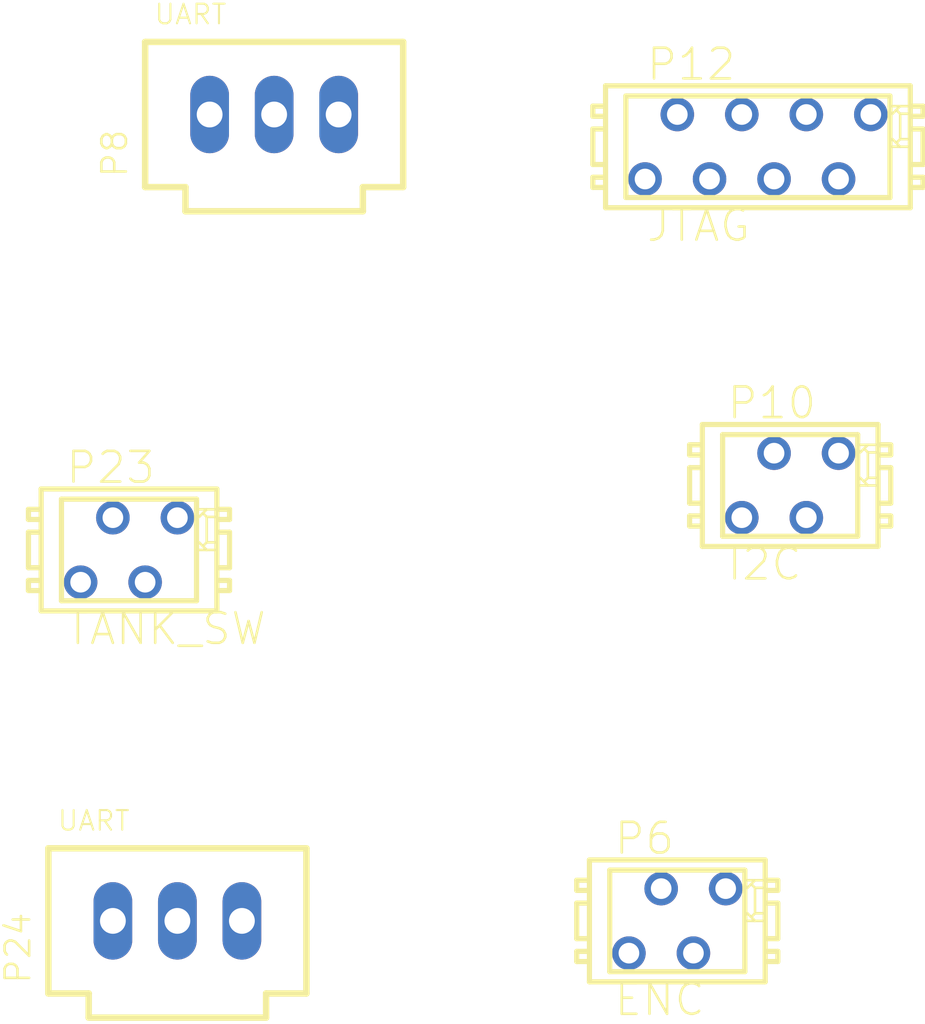
<source format=kicad_pcb>
(kicad_pcb (version 3) (host pcbnew "(2014-05-29 BZR 4899)-product")

  (general
    (links 7)
    (no_connects 7)
    (area 133.63956 82.794348 170.685601 123.6853)
    (thickness 1.6)
    (drawings 0)
    (tracks 0)
    (zones 0)
    (modules 6)
    (nets 20)
  )

  (page A4)
  (layers
    (15 F.Cu signal)
    (0 B.Cu signal)
    (16 B.Adhes user)
    (17 F.Adhes user)
    (18 B.Paste user)
    (19 F.Paste user)
    (20 B.SilkS user)
    (21 F.SilkS user)
    (22 B.Mask user)
    (23 F.Mask user)
    (24 Dwgs.User user)
    (25 Cmts.User user)
    (26 Eco1.User user)
    (27 Eco2.User user)
    (28 Edge.Cuts user)
  )

  (setup
    (last_trace_width 0.254)
    (trace_clearance 0.254)
    (zone_clearance 0.508)
    (zone_45_only no)
    (trace_min 0.254)
    (segment_width 0.2)
    (edge_width 0.1)
    (via_size 0.889)
    (via_drill 0.635)
    (via_min_size 0.889)
    (via_min_drill 0.508)
    (uvia_size 0.508)
    (uvia_drill 0.127)
    (uvias_allowed no)
    (uvia_min_size 0.508)
    (uvia_min_drill 0.127)
    (pcb_text_width 0.3)
    (pcb_text_size 1.5 1.5)
    (mod_edge_width 0.15)
    (mod_text_size 1 1)
    (mod_text_width 0.15)
    (pad_size 1.5 1.5)
    (pad_drill 0.6)
    (pad_to_mask_clearance 0)
    (aux_axis_origin 0 0)
    (visible_elements FFFFFF7F)
    (pcbplotparams
      (layerselection 3178497)
      (usegerberextensions true)
      (excludeedgelayer true)
      (linewidth 0.100000)
      (plotframeref false)
      (viasonmask false)
      (mode 1)
      (useauxorigin false)
      (hpglpennumber 1)
      (hpglpenspeed 20)
      (hpglpendiameter 15)
      (hpglpenoverlay 2)
      (psnegative false)
      (psa4output false)
      (plotreference true)
      (plotvalue true)
      (plotinvisibletext false)
      (padsonsilk false)
      (subtractmaskfromsilk false)
      (outputformat 1)
      (mirror false)
      (drillshape 1)
      (scaleselection 1)
      (outputdirectory ""))
  )

  (net 0 "")
  (net 1 +5V)
  (net 2 /sidedriver#2/ENC1)
  (net 3 /sidedriver#2/ENC2)
  (net 4 PoE-)
  (net 5 /sidedriver#2/TxD)
  (net 6 /sidedriver#2/RxD)
  (net 7 /sidedriver#3/SDA)
  (net 8 /sidedriver#3/SCL)
  (net 9 /sidedriver#3/JRST)
  (net 10 +3.3V)
  (net 11 /sidedriver#3/JTDI)
  (net 12 /sidedriver#3/JTDO)
  (net 13 /sidedriver#3/JTMS)
  (net 14 /sidedriver#3/RST)
  (net 15 /sidedriver#3/JTCK)
  (net 16 /sidedriver#1/MAX)
  (net 17 /sidedriver#1/MIN)
  (net 18 /sidedriver#1/TxD)
  (net 19 /sidedriver#1/RxD)

  (net_class Default "This is the default net class."
    (clearance 0.254)
    (trace_width 0.254)
    (via_dia 0.889)
    (via_drill 0.635)
    (uvia_dia 0.508)
    (uvia_drill 0.127)
    (add_net +3.3V)
    (add_net +5V)
    (add_net /sidedriver#1/MAX)
    (add_net /sidedriver#1/MIN)
    (add_net /sidedriver#1/RxD)
    (add_net /sidedriver#1/TxD)
    (add_net /sidedriver#2/ENC1)
    (add_net /sidedriver#2/ENC2)
    (add_net /sidedriver#2/RxD)
    (add_net /sidedriver#2/TxD)
    (add_net /sidedriver#3/JRST)
    (add_net /sidedriver#3/JTCK)
    (add_net /sidedriver#3/JTDI)
    (add_net /sidedriver#3/JTDO)
    (add_net /sidedriver#3/JTMS)
    (add_net /sidedriver#3/RST)
    (add_net /sidedriver#3/SCL)
    (add_net /sidedriver#3/SDA)
    (add_net PoE-)
  )

  (module eagle-maritex_connectors:MICROMATCH-4 (layer F.Cu) (tedit 5394643B) (tstamp 53946551)
    (at 160.655 119.38)
    (descr "<b>MicroMaTch 4 </b> 7-215464-4 / 0-215464-4<p> Drawing Number C-215464<br> DDEController.pdf")
    (path /537C6C8E/539521AF)
    (fp_text reference P6 (at -2.54 -2.54) (layer F.SilkS)
      (effects (font (size 1.2065 1.2065) (thickness 0.1016)) (justify left bottom))
    )
    (fp_text value ENC (at -2.54 3.81) (layer F.SilkS)
      (effects (font (size 1.2065 1.2065) (thickness 0.1016)) (justify left bottom))
    )
    (fp_line (start -3.56 -0.7) (end -3.96 -0.7) (layer F.SilkS) (width 0.2032))
    (fp_line (start -3.96 -0.7) (end -3.96 0.7) (layer F.SilkS) (width 0.2032))
    (fp_line (start -3.96 0.7) (end -3.56 0.7) (layer F.SilkS) (width 0.2032))
    (fp_line (start -3.56 1.2) (end -3.96 1.2) (layer F.SilkS) (width 0.2032))
    (fp_line (start -3.96 1.2) (end -3.96 1.6) (layer F.SilkS) (width 0.2032))
    (fp_line (start -3.96 1.6) (end -3.56 1.6) (layer F.SilkS) (width 0.2032))
    (fp_line (start -3.56 -1.6) (end -3.96 -1.6) (layer F.SilkS) (width 0.2032))
    (fp_line (start -3.96 -1.6) (end -3.96 -1.2) (layer F.SilkS) (width 0.2032))
    (fp_line (start -3.96 -1.2) (end -3.56 -1.2) (layer F.SilkS) (width 0.2032))
    (fp_line (start -3.46 -2.4) (end -3.46 2.4) (layer F.SilkS) (width 0.2032))
    (fp_line (start -2.66 -2) (end -2.66 2) (layer F.SilkS) (width 0.2032))
    (fp_line (start 3.36 -1.6) (end 3.06 -1.6) (layer F.SilkS) (width 0.1016))
    (fp_line (start 3.06 -1.6) (end 2.76 -1.6) (layer F.SilkS) (width 0.1016))
    (fp_line (start 3.36 0) (end 3.06 0) (layer F.SilkS) (width 0.1016))
    (fp_line (start 3.06 0) (end 2.76 0) (layer F.SilkS) (width 0.1016))
    (fp_line (start 3.06 0) (end 2.76 -0.3) (layer F.SilkS) (width 0.1016))
    (fp_line (start 3.06 -1.6) (end 2.76 -1.3) (layer F.SilkS) (width 0.1016))
    (fp_line (start 2.96 -1.4) (end 3.06 -1.3) (layer F.SilkS) (width 0.1016))
    (fp_line (start 3.36 -1.3) (end 3.06 -1.3) (layer F.SilkS) (width 0.1016))
    (fp_line (start 3.06 -1.3) (end 3.06 -0.3) (layer F.SilkS) (width 0.1016))
    (fp_line (start 3.06 -0.3) (end 3.36 -0.3) (layer F.SilkS) (width 0.1016))
    (fp_line (start 2.96 -0.2) (end 3.06 -0.3) (layer F.SilkS) (width 0.1016))
    (fp_line (start 3.56 0.7) (end 3.96 0.7) (layer F.SilkS) (width 0.2032))
    (fp_line (start 3.96 0.7) (end 3.96 -0.7) (layer F.SilkS) (width 0.2032))
    (fp_line (start 3.96 -0.7) (end 3.56 -0.7) (layer F.SilkS) (width 0.2032))
    (fp_line (start 3.56 -1.2) (end 3.96 -1.2) (layer F.SilkS) (width 0.2032))
    (fp_line (start 3.96 -1.2) (end 3.96 -1.6) (layer F.SilkS) (width 0.2032))
    (fp_line (start 3.96 -1.6) (end 3.56 -1.6) (layer F.SilkS) (width 0.2032))
    (fp_line (start 3.56 1.6) (end 3.96 1.6) (layer F.SilkS) (width 0.2032))
    (fp_line (start 3.96 1.6) (end 3.96 1.2) (layer F.SilkS) (width 0.2032))
    (fp_line (start 3.96 1.2) (end 3.56 1.2) (layer F.SilkS) (width 0.2032))
    (fp_line (start 3.46 2.4) (end 3.46 -2.4) (layer F.SilkS) (width 0.2032))
    (fp_line (start 2.66 -2) (end -2.66 -2) (layer F.SilkS) (width 0.2032))
    (fp_line (start 3.46 -2.4) (end -3.46 -2.4) (layer F.SilkS) (width 0.2032))
    (fp_line (start 3.46 2.4) (end -3.46 2.4) (layer F.SilkS) (width 0.2032))
    (fp_line (start 2.66 2) (end 2.66 -2) (layer F.SilkS) (width 0.2032))
    (fp_line (start 2.66 2) (end -2.66 2) (layer F.SilkS) (width 0.2032))
    (pad 1 thru_hole circle (at 1.905 -1.27) (size 1.3208 1.3208) (drill 0.8128) (layers *.Cu *.Mask)
      (net 1 +5V))
    (pad 2 thru_hole circle (at 0.635 1.27) (size 1.3208 1.3208) (drill 0.8128) (layers *.Cu *.Mask)
      (net 2 /sidedriver#2/ENC1))
    (pad 3 thru_hole circle (at -0.635 -1.27) (size 1.3208 1.3208) (drill 0.8128) (layers *.Cu *.Mask)
      (net 3 /sidedriver#2/ENC2))
    (pad 4 thru_hole circle (at -1.905 1.27) (size 1.3208 1.3208) (drill 0.8128) (layers *.Cu *.Mask)
      (net 4 PoE-))
  )

  (module eagle-maritex_connectors:70543-03 (layer F.Cu) (tedit 5394643B) (tstamp 5394656D)
    (at 144.78 87.63)
    (descr "<b>C-Grid SL Connector</b><p> vertical, 3 pin")
    (path /537C6C8E/53938572)
    (fp_text reference P8 (at -5.715 2.54 90) (layer F.SilkS)
      (effects (font (size 0.9652 0.9652) (thickness 0.1016)) (justify left bottom))
    )
    (fp_text value UART (at -4.7625 -3.4925) (layer F.SilkS)
      (effects (font (size 0.77216 0.77216) (thickness 0.08128)) (justify left bottom))
    )
    (fp_line (start 5.08 2.8575) (end 5.08 -2.8575) (layer F.SilkS) (width 0.254))
    (fp_line (start 5.08 -2.8575) (end -5.08 -2.8575) (layer F.SilkS) (width 0.254))
    (fp_line (start -5.08 -2.8575) (end -5.08 2.8575) (layer F.SilkS) (width 0.254))
    (fp_line (start -5.08 2.8575) (end -3.4925 2.8575) (layer F.SilkS) (width 0.254))
    (fp_line (start -3.4925 2.8575) (end -3.4925 3.81) (layer F.SilkS) (width 0.254))
    (fp_line (start -3.4925 3.81) (end 3.4925 3.81) (layer F.SilkS) (width 0.254))
    (fp_line (start 3.4925 3.81) (end 3.4925 2.8575) (layer F.SilkS) (width 0.254))
    (fp_line (start 3.4925 2.8575) (end 5.08 2.8575) (layer F.SilkS) (width 0.254))
    (fp_line (start -4.445 -2.2225) (end -4.445 2.2225) (layer Dwgs.User) (width 0.0508))
    (fp_line (start 4.445 -2.2225) (end 4.445 2.2225) (layer Dwgs.User) (width 0.0508))
    (fp_line (start -4.445 -2.2225) (end 4.445 -2.2225) (layer Dwgs.User) (width 0.0508))
    (fp_line (start -4.445 2.2225) (end -2.8575 2.2225) (layer Dwgs.User) (width 0.0508))
    (fp_line (start -2.8575 2.2225) (end 2.8575 2.2225) (layer Dwgs.User) (width 0.0508))
    (fp_line (start 2.8575 2.2225) (end 4.445 2.2225) (layer Dwgs.User) (width 0.0508))
    (fp_line (start 2.8575 3.175) (end -2.8575 3.175) (layer Dwgs.User) (width 0.0508))
    (fp_line (start -2.8575 2.2225) (end -2.8575 3.175) (layer Dwgs.User) (width 0.0508))
    (fp_line (start 2.8575 2.2225) (end 2.8575 3.175) (layer Dwgs.User) (width 0.0508))
    (fp_text user 1 (at -4.1275 1.5875) (layer Dwgs.User)
      (effects (font (size 0.9652 0.9652) (thickness 0.1016)) (justify left bottom))
    )
    (fp_poly (pts (xy -0.2381 0.2381) (xy 0.2381 0.2381) (xy 0.2381 -0.2381) (xy -0.2381 -0.2381)) (layer Dwgs.User))
    (fp_poly (pts (xy -2.7781 0.2381) (xy -2.3019 0.2381) (xy -2.3019 -0.2381) (xy -2.7781 -0.2381)) (layer Dwgs.User))
    (fp_poly (pts (xy 2.3019 0.2381) (xy 2.7781 0.2381) (xy 2.7781 -0.2381) (xy 2.3019 -0.2381)) (layer Dwgs.User))
    (pad 3 thru_hole oval (at 2.54 0 90) (size 3.048 1.524) (drill 1.016) (layers *.Cu *.Mask)
      (net 5 /sidedriver#2/TxD))
    (pad 2 thru_hole oval (at 0 0 90) (size 3.048 1.524) (drill 1.016) (layers *.Cu *.Mask)
      (net 6 /sidedriver#2/RxD))
    (pad 1 thru_hole oval (at -2.54 0 90) (size 3.048 1.524) (drill 1.016) (layers *.Cu *.Mask)
      (net 4 PoE-))
  )

  (module eagle-maritex_connectors:MICROMATCH-4 (layer F.Cu) (tedit 5394643B) (tstamp 5394659A)
    (at 165.1 102.235)
    (descr "<b>MicroMaTch 4 </b> 7-215464-4 / 0-215464-4<p> Drawing Number C-215464<br> DDEController.pdf")
    (path /537C6C9B/53938465)
    (fp_text reference P10 (at -2.54 -2.54) (layer F.SilkS)
      (effects (font (size 1.2065 1.2065) (thickness 0.1016)) (justify left bottom))
    )
    (fp_text value I2C (at -2.54 3.81) (layer F.SilkS)
      (effects (font (size 1.2065 1.2065) (thickness 0.1016)) (justify left bottom))
    )
    (fp_line (start -3.56 -0.7) (end -3.96 -0.7) (layer F.SilkS) (width 0.2032))
    (fp_line (start -3.96 -0.7) (end -3.96 0.7) (layer F.SilkS) (width 0.2032))
    (fp_line (start -3.96 0.7) (end -3.56 0.7) (layer F.SilkS) (width 0.2032))
    (fp_line (start -3.56 1.2) (end -3.96 1.2) (layer F.SilkS) (width 0.2032))
    (fp_line (start -3.96 1.2) (end -3.96 1.6) (layer F.SilkS) (width 0.2032))
    (fp_line (start -3.96 1.6) (end -3.56 1.6) (layer F.SilkS) (width 0.2032))
    (fp_line (start -3.56 -1.6) (end -3.96 -1.6) (layer F.SilkS) (width 0.2032))
    (fp_line (start -3.96 -1.6) (end -3.96 -1.2) (layer F.SilkS) (width 0.2032))
    (fp_line (start -3.96 -1.2) (end -3.56 -1.2) (layer F.SilkS) (width 0.2032))
    (fp_line (start -3.46 -2.4) (end -3.46 2.4) (layer F.SilkS) (width 0.2032))
    (fp_line (start -2.66 -2) (end -2.66 2) (layer F.SilkS) (width 0.2032))
    (fp_line (start 3.36 -1.6) (end 3.06 -1.6) (layer F.SilkS) (width 0.1016))
    (fp_line (start 3.06 -1.6) (end 2.76 -1.6) (layer F.SilkS) (width 0.1016))
    (fp_line (start 3.36 0) (end 3.06 0) (layer F.SilkS) (width 0.1016))
    (fp_line (start 3.06 0) (end 2.76 0) (layer F.SilkS) (width 0.1016))
    (fp_line (start 3.06 0) (end 2.76 -0.3) (layer F.SilkS) (width 0.1016))
    (fp_line (start 3.06 -1.6) (end 2.76 -1.3) (layer F.SilkS) (width 0.1016))
    (fp_line (start 2.96 -1.4) (end 3.06 -1.3) (layer F.SilkS) (width 0.1016))
    (fp_line (start 3.36 -1.3) (end 3.06 -1.3) (layer F.SilkS) (width 0.1016))
    (fp_line (start 3.06 -1.3) (end 3.06 -0.3) (layer F.SilkS) (width 0.1016))
    (fp_line (start 3.06 -0.3) (end 3.36 -0.3) (layer F.SilkS) (width 0.1016))
    (fp_line (start 2.96 -0.2) (end 3.06 -0.3) (layer F.SilkS) (width 0.1016))
    (fp_line (start 3.56 0.7) (end 3.96 0.7) (layer F.SilkS) (width 0.2032))
    (fp_line (start 3.96 0.7) (end 3.96 -0.7) (layer F.SilkS) (width 0.2032))
    (fp_line (start 3.96 -0.7) (end 3.56 -0.7) (layer F.SilkS) (width 0.2032))
    (fp_line (start 3.56 -1.2) (end 3.96 -1.2) (layer F.SilkS) (width 0.2032))
    (fp_line (start 3.96 -1.2) (end 3.96 -1.6) (layer F.SilkS) (width 0.2032))
    (fp_line (start 3.96 -1.6) (end 3.56 -1.6) (layer F.SilkS) (width 0.2032))
    (fp_line (start 3.56 1.6) (end 3.96 1.6) (layer F.SilkS) (width 0.2032))
    (fp_line (start 3.96 1.6) (end 3.96 1.2) (layer F.SilkS) (width 0.2032))
    (fp_line (start 3.96 1.2) (end 3.56 1.2) (layer F.SilkS) (width 0.2032))
    (fp_line (start 3.46 2.4) (end 3.46 -2.4) (layer F.SilkS) (width 0.2032))
    (fp_line (start 2.66 -2) (end -2.66 -2) (layer F.SilkS) (width 0.2032))
    (fp_line (start 3.46 -2.4) (end -3.46 -2.4) (layer F.SilkS) (width 0.2032))
    (fp_line (start 3.46 2.4) (end -3.46 2.4) (layer F.SilkS) (width 0.2032))
    (fp_line (start 2.66 2) (end 2.66 -2) (layer F.SilkS) (width 0.2032))
    (fp_line (start 2.66 2) (end -2.66 2) (layer F.SilkS) (width 0.2032))
    (pad 1 thru_hole circle (at 1.905 -1.27) (size 1.3208 1.3208) (drill 0.8128) (layers *.Cu *.Mask)
      (net 7 /sidedriver#3/SDA))
    (pad 2 thru_hole circle (at 0.635 1.27) (size 1.3208 1.3208) (drill 0.8128) (layers *.Cu *.Mask)
      (net 8 /sidedriver#3/SCL))
    (pad 3 thru_hole circle (at -0.635 -1.27) (size 1.3208 1.3208) (drill 0.8128) (layers *.Cu *.Mask)
      (net 4 PoE-))
    (pad 4 thru_hole circle (at -1.905 1.27) (size 1.3208 1.3208) (drill 0.8128) (layers *.Cu *.Mask)
      (net 1 +5V))
  )

  (module eagle-maritex_connectors:MICROMATCH-8 (layer F.Cu) (tedit 5394643B) (tstamp 539465CB)
    (at 163.83 88.9)
    (descr "<b>MicroMaTch 8 </b> 7-215464-8 / 0-215464-8<p> Drawing Number C-215464<br> DDEController.pdf")
    (path /537C6C9B/5393830F)
    (fp_text reference P12 (at -4.445 -2.54) (layer F.SilkS)
      (effects (font (size 1.2065 1.2065) (thickness 0.1016)) (justify left bottom))
    )
    (fp_text value JTAG (at -4.445 3.81) (layer F.SilkS)
      (effects (font (size 1.2065 1.2065) (thickness 0.1016)) (justify left bottom))
    )
    (fp_line (start -6.1 -0.7) (end -6.5 -0.7) (layer F.SilkS) (width 0.2032))
    (fp_line (start -6.5 -0.7) (end -6.5 0.7) (layer F.SilkS) (width 0.2032))
    (fp_line (start -6.5 0.7) (end -6.1 0.7) (layer F.SilkS) (width 0.2032))
    (fp_line (start -6.1 1.2) (end -6.5 1.2) (layer F.SilkS) (width 0.2032))
    (fp_line (start -6.5 1.2) (end -6.5 1.6) (layer F.SilkS) (width 0.2032))
    (fp_line (start -6.5 1.6) (end -6.1 1.6) (layer F.SilkS) (width 0.2032))
    (fp_line (start -6.1 -1.6) (end -6.5 -1.6) (layer F.SilkS) (width 0.2032))
    (fp_line (start -6.5 -1.6) (end -6.5 -1.2) (layer F.SilkS) (width 0.2032))
    (fp_line (start -6.5 -1.2) (end -6.1 -1.2) (layer F.SilkS) (width 0.2032))
    (fp_line (start -6 -2.4) (end -6 2.4) (layer F.SilkS) (width 0.2032))
    (fp_line (start -5.2 -2) (end -5.2 2) (layer F.SilkS) (width 0.2032))
    (fp_line (start 5.9 -1.6) (end 5.6 -1.6) (layer F.SilkS) (width 0.1016))
    (fp_line (start 5.6 -1.6) (end 5.3 -1.6) (layer F.SilkS) (width 0.1016))
    (fp_line (start 5.9 0) (end 5.6 0) (layer F.SilkS) (width 0.1016))
    (fp_line (start 5.6 0) (end 5.3 0) (layer F.SilkS) (width 0.1016))
    (fp_line (start 5.6 0) (end 5.3 -0.3) (layer F.SilkS) (width 0.1016))
    (fp_line (start 5.6 -1.6) (end 5.3 -1.3) (layer F.SilkS) (width 0.1016))
    (fp_line (start 5.5 -1.4) (end 5.6 -1.3) (layer F.SilkS) (width 0.1016))
    (fp_line (start 5.9 -1.3) (end 5.6 -1.3) (layer F.SilkS) (width 0.1016))
    (fp_line (start 5.6 -1.3) (end 5.6 -0.3) (layer F.SilkS) (width 0.1016))
    (fp_line (start 5.6 -0.3) (end 5.9 -0.3) (layer F.SilkS) (width 0.1016))
    (fp_line (start 5.5 -0.2) (end 5.6 -0.3) (layer F.SilkS) (width 0.1016))
    (fp_line (start 6.1 0.7) (end 6.5 0.7) (layer F.SilkS) (width 0.2032))
    (fp_line (start 6.5 0.7) (end 6.5 -0.7) (layer F.SilkS) (width 0.2032))
    (fp_line (start 6.5 -0.7) (end 6.1 -0.7) (layer F.SilkS) (width 0.2032))
    (fp_line (start 6.1 -1.2) (end 6.5 -1.2) (layer F.SilkS) (width 0.2032))
    (fp_line (start 6.5 -1.2) (end 6.5 -1.6) (layer F.SilkS) (width 0.2032))
    (fp_line (start 6.5 -1.6) (end 6.1 -1.6) (layer F.SilkS) (width 0.2032))
    (fp_line (start 6.1 1.6) (end 6.5 1.6) (layer F.SilkS) (width 0.2032))
    (fp_line (start 6.5 1.6) (end 6.5 1.2) (layer F.SilkS) (width 0.2032))
    (fp_line (start 6.5 1.2) (end 6.1 1.2) (layer F.SilkS) (width 0.2032))
    (fp_line (start 6 2.4) (end 6 -2.4) (layer F.SilkS) (width 0.2032))
    (fp_line (start 5.2 -2) (end -5.2 -2) (layer F.SilkS) (width 0.2032))
    (fp_line (start 6 -2.4) (end -6 -2.4) (layer F.SilkS) (width 0.2032))
    (fp_line (start 6 2.4) (end -6 2.4) (layer F.SilkS) (width 0.2032))
    (fp_line (start 5.2 2) (end 5.2 -2) (layer F.SilkS) (width 0.2032))
    (fp_line (start 5.2 2) (end -5.2 2) (layer F.SilkS) (width 0.2032))
    (pad 1 thru_hole circle (at 4.445 -1.27) (size 1.3208 1.3208) (drill 0.8128) (layers *.Cu *.Mask)
      (net 9 /sidedriver#3/JRST))
    (pad 2 thru_hole circle (at 3.175 1.27) (size 1.3208 1.3208) (drill 0.8128) (layers *.Cu *.Mask)
      (net 10 +3.3V))
    (pad 3 thru_hole circle (at 1.905 -1.27) (size 1.3208 1.3208) (drill 0.8128) (layers *.Cu *.Mask)
      (net 11 /sidedriver#3/JTDI))
    (pad 4 thru_hole circle (at 0.635 1.27) (size 1.3208 1.3208) (drill 0.8128) (layers *.Cu *.Mask)
      (net 12 /sidedriver#3/JTDO))
    (pad 5 thru_hole circle (at -0.635 -1.27) (size 1.3208 1.3208) (drill 0.8128) (layers *.Cu *.Mask)
      (net 13 /sidedriver#3/JTMS))
    (pad 6 thru_hole circle (at -1.905 1.27) (size 1.3208 1.3208) (drill 0.8128) (layers *.Cu *.Mask)
      (net 14 /sidedriver#3/RST))
    (pad 7 thru_hole circle (at -3.175 -1.27) (size 1.3208 1.3208) (drill 0.8128) (layers *.Cu *.Mask)
      (net 15 /sidedriver#3/JTCK))
    (pad 8 thru_hole circle (at -4.445 1.27) (size 1.3208 1.3208) (drill 0.8128) (layers *.Cu *.Mask)
      (net 4 PoE-))
  )

  (module eagle-maritex_connectors:MICROMATCH-4 (layer F.Cu) (tedit 5394643B) (tstamp 539465F8)
    (at 139.065 104.775)
    (descr "<b>MicroMaTch 4 </b> 7-215464-4 / 0-215464-4<p> Drawing Number C-215464<br> DDEController.pdf")
    (path /537C6C8A/5393869C)
    (fp_text reference P23 (at -2.54 -2.54) (layer F.SilkS)
      (effects (font (size 1.2065 1.2065) (thickness 0.1016)) (justify left bottom))
    )
    (fp_text value TANK_SW (at -2.54 3.81) (layer F.SilkS)
      (effects (font (size 1.2065 1.2065) (thickness 0.1016)) (justify left bottom))
    )
    (fp_line (start -3.56 -0.7) (end -3.96 -0.7) (layer F.SilkS) (width 0.2032))
    (fp_line (start -3.96 -0.7) (end -3.96 0.7) (layer F.SilkS) (width 0.2032))
    (fp_line (start -3.96 0.7) (end -3.56 0.7) (layer F.SilkS) (width 0.2032))
    (fp_line (start -3.56 1.2) (end -3.96 1.2) (layer F.SilkS) (width 0.2032))
    (fp_line (start -3.96 1.2) (end -3.96 1.6) (layer F.SilkS) (width 0.2032))
    (fp_line (start -3.96 1.6) (end -3.56 1.6) (layer F.SilkS) (width 0.2032))
    (fp_line (start -3.56 -1.6) (end -3.96 -1.6) (layer F.SilkS) (width 0.2032))
    (fp_line (start -3.96 -1.6) (end -3.96 -1.2) (layer F.SilkS) (width 0.2032))
    (fp_line (start -3.96 -1.2) (end -3.56 -1.2) (layer F.SilkS) (width 0.2032))
    (fp_line (start -3.46 -2.4) (end -3.46 2.4) (layer F.SilkS) (width 0.2032))
    (fp_line (start -2.66 -2) (end -2.66 2) (layer F.SilkS) (width 0.2032))
    (fp_line (start 3.36 -1.6) (end 3.06 -1.6) (layer F.SilkS) (width 0.1016))
    (fp_line (start 3.06 -1.6) (end 2.76 -1.6) (layer F.SilkS) (width 0.1016))
    (fp_line (start 3.36 0) (end 3.06 0) (layer F.SilkS) (width 0.1016))
    (fp_line (start 3.06 0) (end 2.76 0) (layer F.SilkS) (width 0.1016))
    (fp_line (start 3.06 0) (end 2.76 -0.3) (layer F.SilkS) (width 0.1016))
    (fp_line (start 3.06 -1.6) (end 2.76 -1.3) (layer F.SilkS) (width 0.1016))
    (fp_line (start 2.96 -1.4) (end 3.06 -1.3) (layer F.SilkS) (width 0.1016))
    (fp_line (start 3.36 -1.3) (end 3.06 -1.3) (layer F.SilkS) (width 0.1016))
    (fp_line (start 3.06 -1.3) (end 3.06 -0.3) (layer F.SilkS) (width 0.1016))
    (fp_line (start 3.06 -0.3) (end 3.36 -0.3) (layer F.SilkS) (width 0.1016))
    (fp_line (start 2.96 -0.2) (end 3.06 -0.3) (layer F.SilkS) (width 0.1016))
    (fp_line (start 3.56 0.7) (end 3.96 0.7) (layer F.SilkS) (width 0.2032))
    (fp_line (start 3.96 0.7) (end 3.96 -0.7) (layer F.SilkS) (width 0.2032))
    (fp_line (start 3.96 -0.7) (end 3.56 -0.7) (layer F.SilkS) (width 0.2032))
    (fp_line (start 3.56 -1.2) (end 3.96 -1.2) (layer F.SilkS) (width 0.2032))
    (fp_line (start 3.96 -1.2) (end 3.96 -1.6) (layer F.SilkS) (width 0.2032))
    (fp_line (start 3.96 -1.6) (end 3.56 -1.6) (layer F.SilkS) (width 0.2032))
    (fp_line (start 3.56 1.6) (end 3.96 1.6) (layer F.SilkS) (width 0.2032))
    (fp_line (start 3.96 1.6) (end 3.96 1.2) (layer F.SilkS) (width 0.2032))
    (fp_line (start 3.96 1.2) (end 3.56 1.2) (layer F.SilkS) (width 0.2032))
    (fp_line (start 3.46 2.4) (end 3.46 -2.4) (layer F.SilkS) (width 0.2032))
    (fp_line (start 2.66 -2) (end -2.66 -2) (layer F.SilkS) (width 0.2032))
    (fp_line (start 3.46 -2.4) (end -3.46 -2.4) (layer F.SilkS) (width 0.2032))
    (fp_line (start 3.46 2.4) (end -3.46 2.4) (layer F.SilkS) (width 0.2032))
    (fp_line (start 2.66 2) (end 2.66 -2) (layer F.SilkS) (width 0.2032))
    (fp_line (start 2.66 2) (end -2.66 2) (layer F.SilkS) (width 0.2032))
    (pad 1 thru_hole circle (at 1.905 -1.27) (size 1.3208 1.3208) (drill 0.8128) (layers *.Cu *.Mask)
      (net 16 /sidedriver#1/MAX))
    (pad 2 thru_hole circle (at 0.635 1.27) (size 1.3208 1.3208) (drill 0.8128) (layers *.Cu *.Mask)
      (net 10 +3.3V))
    (pad 3 thru_hole circle (at -0.635 -1.27) (size 1.3208 1.3208) (drill 0.8128) (layers *.Cu *.Mask)
      (net 10 +3.3V))
    (pad 4 thru_hole circle (at -1.905 1.27) (size 1.3208 1.3208) (drill 0.8128) (layers *.Cu *.Mask)
      (net 17 /sidedriver#1/MIN))
  )

  (module eagle-maritex_connectors:70543-03 (layer F.Cu) (tedit 5394643B) (tstamp 53946614)
    (at 140.97 119.38)
    (descr "<b>C-Grid SL Connector</b><p> vertical, 3 pin")
    (path /537C6C8A/53938572)
    (fp_text reference P24 (at -5.715 2.54 90) (layer F.SilkS)
      (effects (font (size 0.9652 0.9652) (thickness 0.1016)) (justify left bottom))
    )
    (fp_text value UART (at -4.7625 -3.4925) (layer F.SilkS)
      (effects (font (size 0.77216 0.77216) (thickness 0.08128)) (justify left bottom))
    )
    (fp_line (start 5.08 2.8575) (end 5.08 -2.8575) (layer F.SilkS) (width 0.254))
    (fp_line (start 5.08 -2.8575) (end -5.08 -2.8575) (layer F.SilkS) (width 0.254))
    (fp_line (start -5.08 -2.8575) (end -5.08 2.8575) (layer F.SilkS) (width 0.254))
    (fp_line (start -5.08 2.8575) (end -3.4925 2.8575) (layer F.SilkS) (width 0.254))
    (fp_line (start -3.4925 2.8575) (end -3.4925 3.81) (layer F.SilkS) (width 0.254))
    (fp_line (start -3.4925 3.81) (end 3.4925 3.81) (layer F.SilkS) (width 0.254))
    (fp_line (start 3.4925 3.81) (end 3.4925 2.8575) (layer F.SilkS) (width 0.254))
    (fp_line (start 3.4925 2.8575) (end 5.08 2.8575) (layer F.SilkS) (width 0.254))
    (fp_line (start -4.445 -2.2225) (end -4.445 2.2225) (layer Dwgs.User) (width 0.0508))
    (fp_line (start 4.445 -2.2225) (end 4.445 2.2225) (layer Dwgs.User) (width 0.0508))
    (fp_line (start -4.445 -2.2225) (end 4.445 -2.2225) (layer Dwgs.User) (width 0.0508))
    (fp_line (start -4.445 2.2225) (end -2.8575 2.2225) (layer Dwgs.User) (width 0.0508))
    (fp_line (start -2.8575 2.2225) (end 2.8575 2.2225) (layer Dwgs.User) (width 0.0508))
    (fp_line (start 2.8575 2.2225) (end 4.445 2.2225) (layer Dwgs.User) (width 0.0508))
    (fp_line (start 2.8575 3.175) (end -2.8575 3.175) (layer Dwgs.User) (width 0.0508))
    (fp_line (start -2.8575 2.2225) (end -2.8575 3.175) (layer Dwgs.User) (width 0.0508))
    (fp_line (start 2.8575 2.2225) (end 2.8575 3.175) (layer Dwgs.User) (width 0.0508))
    (fp_text user 1 (at -4.1275 1.5875) (layer Dwgs.User)
      (effects (font (size 0.9652 0.9652) (thickness 0.1016)) (justify left bottom))
    )
    (fp_poly (pts (xy -0.2381 0.2381) (xy 0.2381 0.2381) (xy 0.2381 -0.2381) (xy -0.2381 -0.2381)) (layer Dwgs.User))
    (fp_poly (pts (xy -2.7781 0.2381) (xy -2.3019 0.2381) (xy -2.3019 -0.2381) (xy -2.7781 -0.2381)) (layer Dwgs.User))
    (fp_poly (pts (xy 2.3019 0.2381) (xy 2.7781 0.2381) (xy 2.7781 -0.2381) (xy 2.3019 -0.2381)) (layer Dwgs.User))
    (pad 3 thru_hole oval (at 2.54 0 90) (size 3.048 1.524) (drill 1.016) (layers *.Cu *.Mask)
      (net 18 /sidedriver#1/TxD))
    (pad 2 thru_hole oval (at 0 0 90) (size 3.048 1.524) (drill 1.016) (layers *.Cu *.Mask)
      (net 19 /sidedriver#1/RxD))
    (pad 1 thru_hole oval (at -2.54 0 90) (size 3.048 1.524) (drill 1.016) (layers *.Cu *.Mask)
      (net 4 PoE-))
  )

)

</source>
